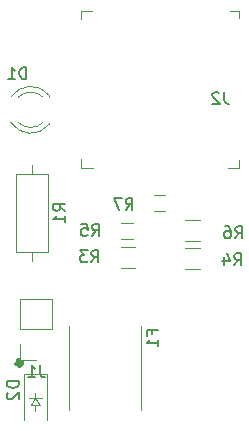
<source format=gbr>
G04 #@! TF.GenerationSoftware,KiCad,Pcbnew,(5.0.0-3-g5ebb6b6)*
G04 #@! TF.CreationDate,2018-09-18T17:23:57-07:00*
G04 #@! TF.ProjectId,phone_charger,70686F6E655F636861726765722E6B69,rev?*
G04 #@! TF.SameCoordinates,Original*
G04 #@! TF.FileFunction,Legend,Bot*
G04 #@! TF.FilePolarity,Positive*
%FSLAX46Y46*%
G04 Gerber Fmt 4.6, Leading zero omitted, Abs format (unit mm)*
G04 Created by KiCad (PCBNEW (5.0.0-3-g5ebb6b6)) date Tuesday, September 18, 2018 at 05:23:57 PM*
%MOMM*%
%LPD*%
G01*
G04 APERTURE LIST*
%ADD10C,0.580000*%
%ADD11C,0.120000*%
%ADD12C,0.100000*%
%ADD13C,0.150000*%
G04 APERTURE END LIST*
D10*
X89255600Y-77571600D02*
G75*
G03X89255600Y-77571600I-152400J0D01*
G01*
D11*
G04 #@! TO.C,J1*
X89195600Y-77326800D02*
X90525600Y-77326800D01*
X89195600Y-75996800D02*
X89195600Y-77326800D01*
X89195600Y-74726800D02*
X91855600Y-74726800D01*
X91855600Y-74726800D02*
X91855600Y-72126800D01*
X89195600Y-74726800D02*
X89195600Y-72126800D01*
X89195600Y-72126800D02*
X91855600Y-72126800D01*
G04 #@! TO.C,R1*
X91540000Y-68141600D02*
X88800000Y-68141600D01*
X88800000Y-68141600D02*
X88800000Y-61601600D01*
X88800000Y-61601600D02*
X91540000Y-61601600D01*
X91540000Y-61601600D02*
X91540000Y-68141600D01*
X90170000Y-68911600D02*
X90170000Y-68141600D01*
X90170000Y-60831600D02*
X90170000Y-61601600D01*
G04 #@! TO.C,D2*
X89474800Y-78497600D02*
X91474800Y-78497600D01*
X91474800Y-78497600D02*
X91474800Y-82397600D01*
X89474800Y-78497600D02*
X89474800Y-82397600D01*
D12*
X90474800Y-81124600D02*
X90474800Y-81624600D01*
X90874800Y-81124600D02*
X90474800Y-80524600D01*
X90074800Y-81124600D02*
X90874800Y-81124600D01*
X90474800Y-80524600D02*
X90074800Y-81124600D01*
X90474800Y-80524600D02*
X91024800Y-80524600D01*
X90474800Y-80524600D02*
X89924800Y-80524600D01*
X90474800Y-80124600D02*
X90474800Y-80524600D01*
G04 #@! TO.C,J2*
X107682200Y-61091000D02*
X107682200Y-60366000D01*
X106732200Y-61091000D02*
X107682200Y-61091000D01*
X94332200Y-61091000D02*
X94332200Y-60291000D01*
X95357200Y-61091000D02*
X94332200Y-61091000D01*
X107682200Y-47741000D02*
X106982200Y-47741000D01*
X107682200Y-48391000D02*
X107682200Y-47741000D01*
X94317200Y-47752000D02*
X94317200Y-48427000D01*
X95292200Y-47752000D02*
X94317200Y-47752000D01*
D11*
G04 #@! TO.C,F1*
X99417600Y-81580400D02*
X99417600Y-74460400D01*
X93317600Y-81580400D02*
X93317600Y-74460400D01*
G04 #@! TO.C,D1*
X88396065Y-55055392D02*
G75*
G02X91628400Y-54898484I1672335J-1078608D01*
G01*
X88396065Y-57212608D02*
G75*
G03X91628400Y-57369516I1672335J1078608D01*
G01*
X89027270Y-55054163D02*
G75*
G02X91109361Y-55054000I1041130J-1079837D01*
G01*
X89027270Y-57213837D02*
G75*
G03X91109361Y-57214000I1041130J1079837D01*
G01*
X91628400Y-54898000D02*
X91628400Y-55054000D01*
X91628400Y-57214000D02*
X91628400Y-57370000D01*
G04 #@! TO.C,R7*
X101472800Y-63378800D02*
X100472800Y-63378800D01*
X100472800Y-64738800D02*
X101472800Y-64738800D01*
G04 #@! TO.C,R5*
X98714000Y-65715600D02*
X97714000Y-65715600D01*
X97714000Y-67075600D02*
X98714000Y-67075600D01*
G04 #@! TO.C,R6*
X104362800Y-65464800D02*
X103162800Y-65464800D01*
X103162800Y-67224800D02*
X104362800Y-67224800D01*
G04 #@! TO.C,R4*
X104362800Y-67852400D02*
X103162800Y-67852400D01*
X103162800Y-69612400D02*
X104362800Y-69612400D01*
G04 #@! TO.C,R3*
X98927200Y-67750800D02*
X97727200Y-67750800D01*
X97727200Y-69510800D02*
X98927200Y-69510800D01*
G04 #@! TO.C,J1*
D13*
X90858933Y-77779180D02*
X90858933Y-78493466D01*
X90906552Y-78636323D01*
X91001790Y-78731561D01*
X91144647Y-78779180D01*
X91239885Y-78779180D01*
X89858933Y-78779180D02*
X90430361Y-78779180D01*
X90144647Y-78779180D02*
X90144647Y-77779180D01*
X90239885Y-77922038D01*
X90335123Y-78017276D01*
X90430361Y-78064895D01*
G04 #@! TO.C,R1*
X92992380Y-64704933D02*
X92516190Y-64371600D01*
X92992380Y-64133504D02*
X91992380Y-64133504D01*
X91992380Y-64514457D01*
X92040000Y-64609695D01*
X92087619Y-64657314D01*
X92182857Y-64704933D01*
X92325714Y-64704933D01*
X92420952Y-64657314D01*
X92468571Y-64609695D01*
X92516190Y-64514457D01*
X92516190Y-64133504D01*
X92992380Y-65657314D02*
X92992380Y-65085885D01*
X92992380Y-65371600D02*
X91992380Y-65371600D01*
X92135238Y-65276361D01*
X92230476Y-65181123D01*
X92278095Y-65085885D01*
G04 #@! TO.C,D2*
X89047580Y-79119504D02*
X88047580Y-79119504D01*
X88047580Y-79357600D01*
X88095200Y-79500457D01*
X88190438Y-79595695D01*
X88285676Y-79643314D01*
X88476152Y-79690933D01*
X88619009Y-79690933D01*
X88809485Y-79643314D01*
X88904723Y-79595695D01*
X88999961Y-79500457D01*
X89047580Y-79357600D01*
X89047580Y-79119504D01*
X88142819Y-80071885D02*
X88095200Y-80119504D01*
X88047580Y-80214742D01*
X88047580Y-80452838D01*
X88095200Y-80548076D01*
X88142819Y-80595695D01*
X88238057Y-80643314D01*
X88333295Y-80643314D01*
X88476152Y-80595695D01*
X89047580Y-80024266D01*
X89047580Y-80643314D01*
G04 #@! TO.C,J2*
X106454533Y-54621180D02*
X106454533Y-55335466D01*
X106502152Y-55478323D01*
X106597390Y-55573561D01*
X106740247Y-55621180D01*
X106835485Y-55621180D01*
X106025961Y-54716419D02*
X105978342Y-54668800D01*
X105883104Y-54621180D01*
X105645009Y-54621180D01*
X105549771Y-54668800D01*
X105502152Y-54716419D01*
X105454533Y-54811657D01*
X105454533Y-54906895D01*
X105502152Y-55049752D01*
X106073580Y-55621180D01*
X105454533Y-55621180D01*
G04 #@! TO.C,F1*
X100360171Y-75104666D02*
X100360171Y-74771333D01*
X100883980Y-74771333D02*
X99883980Y-74771333D01*
X99883980Y-75247523D01*
X100883980Y-76152285D02*
X100883980Y-75580857D01*
X100883980Y-75866571D02*
X99883980Y-75866571D01*
X100026838Y-75771333D01*
X100122076Y-75676095D01*
X100169695Y-75580857D01*
G04 #@! TO.C,D1*
X89688895Y-53538380D02*
X89688895Y-52538380D01*
X89450800Y-52538380D01*
X89307942Y-52586000D01*
X89212704Y-52681238D01*
X89165085Y-52776476D01*
X89117466Y-52966952D01*
X89117466Y-53109809D01*
X89165085Y-53300285D01*
X89212704Y-53395523D01*
X89307942Y-53490761D01*
X89450800Y-53538380D01*
X89688895Y-53538380D01*
X88165085Y-53538380D02*
X88736514Y-53538380D01*
X88450800Y-53538380D02*
X88450800Y-52538380D01*
X88546038Y-52681238D01*
X88641276Y-52776476D01*
X88736514Y-52824095D01*
G04 #@! TO.C,R7*
X98109066Y-64612780D02*
X98442400Y-64136590D01*
X98680495Y-64612780D02*
X98680495Y-63612780D01*
X98299542Y-63612780D01*
X98204304Y-63660400D01*
X98156685Y-63708019D01*
X98109066Y-63803257D01*
X98109066Y-63946114D01*
X98156685Y-64041352D01*
X98204304Y-64088971D01*
X98299542Y-64136590D01*
X98680495Y-64136590D01*
X97775733Y-63612780D02*
X97109066Y-63612780D01*
X97537638Y-64612780D01*
G04 #@! TO.C,R5*
X95264266Y-66797180D02*
X95597600Y-66320990D01*
X95835695Y-66797180D02*
X95835695Y-65797180D01*
X95454742Y-65797180D01*
X95359504Y-65844800D01*
X95311885Y-65892419D01*
X95264266Y-65987657D01*
X95264266Y-66130514D01*
X95311885Y-66225752D01*
X95359504Y-66273371D01*
X95454742Y-66320990D01*
X95835695Y-66320990D01*
X94359504Y-65797180D02*
X94835695Y-65797180D01*
X94883314Y-66273371D01*
X94835695Y-66225752D01*
X94740457Y-66178133D01*
X94502361Y-66178133D01*
X94407123Y-66225752D01*
X94359504Y-66273371D01*
X94311885Y-66368609D01*
X94311885Y-66606704D01*
X94359504Y-66701942D01*
X94407123Y-66749561D01*
X94502361Y-66797180D01*
X94740457Y-66797180D01*
X94835695Y-66749561D01*
X94883314Y-66701942D01*
G04 #@! TO.C,R6*
X107405466Y-67000380D02*
X107738800Y-66524190D01*
X107976895Y-67000380D02*
X107976895Y-66000380D01*
X107595942Y-66000380D01*
X107500704Y-66048000D01*
X107453085Y-66095619D01*
X107405466Y-66190857D01*
X107405466Y-66333714D01*
X107453085Y-66428952D01*
X107500704Y-66476571D01*
X107595942Y-66524190D01*
X107976895Y-66524190D01*
X106548323Y-66000380D02*
X106738800Y-66000380D01*
X106834038Y-66048000D01*
X106881657Y-66095619D01*
X106976895Y-66238476D01*
X107024514Y-66428952D01*
X107024514Y-66809904D01*
X106976895Y-66905142D01*
X106929276Y-66952761D01*
X106834038Y-67000380D01*
X106643561Y-67000380D01*
X106548323Y-66952761D01*
X106500704Y-66905142D01*
X106453085Y-66809904D01*
X106453085Y-66571809D01*
X106500704Y-66476571D01*
X106548323Y-66428952D01*
X106643561Y-66381333D01*
X106834038Y-66381333D01*
X106929276Y-66428952D01*
X106976895Y-66476571D01*
X107024514Y-66571809D01*
G04 #@! TO.C,R4*
X107303866Y-69286380D02*
X107637200Y-68810190D01*
X107875295Y-69286380D02*
X107875295Y-68286380D01*
X107494342Y-68286380D01*
X107399104Y-68334000D01*
X107351485Y-68381619D01*
X107303866Y-68476857D01*
X107303866Y-68619714D01*
X107351485Y-68714952D01*
X107399104Y-68762571D01*
X107494342Y-68810190D01*
X107875295Y-68810190D01*
X106446723Y-68619714D02*
X106446723Y-69286380D01*
X106684819Y-68238761D02*
X106922914Y-68953047D01*
X106303866Y-68953047D01*
G04 #@! TO.C,R3*
X95213466Y-69032380D02*
X95546800Y-68556190D01*
X95784895Y-69032380D02*
X95784895Y-68032380D01*
X95403942Y-68032380D01*
X95308704Y-68080000D01*
X95261085Y-68127619D01*
X95213466Y-68222857D01*
X95213466Y-68365714D01*
X95261085Y-68460952D01*
X95308704Y-68508571D01*
X95403942Y-68556190D01*
X95784895Y-68556190D01*
X94880133Y-68032380D02*
X94261085Y-68032380D01*
X94594419Y-68413333D01*
X94451561Y-68413333D01*
X94356323Y-68460952D01*
X94308704Y-68508571D01*
X94261085Y-68603809D01*
X94261085Y-68841904D01*
X94308704Y-68937142D01*
X94356323Y-68984761D01*
X94451561Y-69032380D01*
X94737276Y-69032380D01*
X94832514Y-68984761D01*
X94880133Y-68937142D01*
G04 #@! TD*
M02*

</source>
